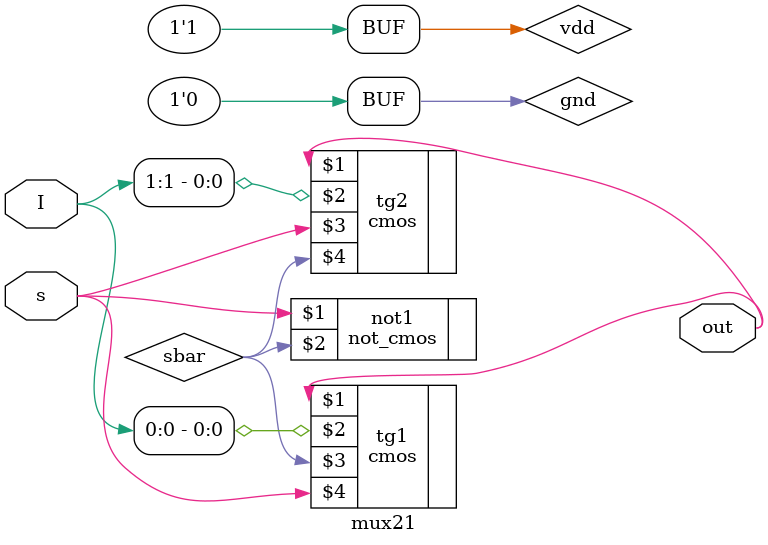
<source format=v>
module mux21(
    input [1:0] I,
    input s,
    output out
);

supply1 vdd;
supply0 gnd;

not_cmos not1(s , sbar);

cmos tg1 (out , I[0] , sbar , s );
cmos tg2 (out , I[1] , s , sbar );


endmodule
</source>
